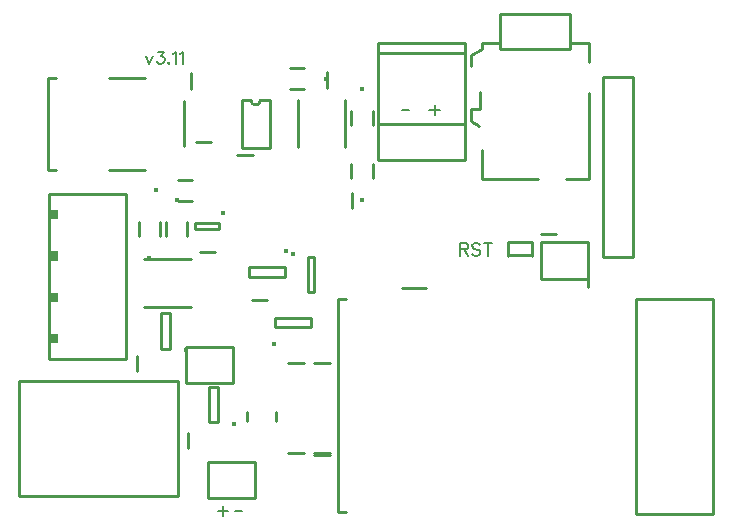
<source format=gbr>
G04 DipTrace 3.3.1.3*
G04 TopSilk.gbr*
%MOIN*%
G04 #@! TF.FileFunction,Legend,Top*
G04 #@! TF.Part,Single*
%ADD10C,0.009843*%
%ADD33C,0.015746*%
%ADD35C,0.015762*%
%ADD39C,0.015743*%
%ADD58C,0.015422*%
%ADD60C,0.015415*%
%ADD64C,0.015395*%
%ADD72C,0.015401*%
%ADD167C,0.006176*%
%FSLAX26Y26*%
G04*
G70*
G90*
G75*
G01*
G04 TopSilk*
%LPD*%
X1288547Y958997D2*
D10*
X1339689D1*
X879058Y1872382D2*
Y1923524D1*
X1032642Y1651911D2*
X1083783D1*
X1331814Y1876319D2*
Y1927461D1*
X1414533Y1525886D2*
Y1474744D1*
X2201892Y1210965D2*
Y1262106D1*
X2095594Y1388089D2*
X2044453D1*
X697955Y931437D2*
Y982579D1*
X906657Y1329076D2*
X957799D1*
X1079886Y1168172D2*
X1131028D1*
X1288547Y659785D2*
X1339689D1*
X1201933Y958997D2*
X1253075D1*
X868089Y675417D2*
Y726559D1*
X1339689Y651869D2*
X1288547D1*
X1201933Y659785D2*
X1253075D1*
X945988Y1695218D2*
X894846D1*
X703885Y1382212D2*
Y1429444D1*
X774747Y1382212D2*
Y1429444D1*
D33*
X739316Y1309377D3*
X1255056Y1870397D2*
D10*
X1207823D1*
X1255056Y1941259D2*
X1207823D1*
D35*
X1327890Y1905828D3*
X1483406Y1799520D2*
D10*
Y1752288D1*
X1412544Y1799520D2*
Y1752288D1*
D33*
X1447975Y1872355D3*
X1412547Y1575125D2*
D10*
Y1622358D1*
X1483409Y1575125D2*
Y1622358D1*
D33*
X1447978Y1502291D3*
X865296Y1429442D2*
D10*
Y1382209D1*
X794434Y1429442D2*
Y1382209D1*
D33*
X829865Y1502276D3*
X1581839Y1207008D2*
D10*
X1660571D1*
X833816Y1569213D2*
X881046D1*
X833816Y1498351D2*
X881046D1*
D39*
X760975Y1533782D3*
X400722Y1602675D2*
D10*
Y1909766D1*
X426340D1*
X603489D2*
X725557D1*
X853508Y1831013D2*
Y1681428D1*
X725557Y1602675D2*
X603489D1*
X426340D2*
X400722D1*
X2142846Y2122362D2*
X1906650D1*
Y2004229D1*
X2142846D1*
Y2122362D1*
X2203866Y2023946D2*
X2140854D1*
X2203866Y1571187D2*
X2129075D1*
X1849571Y2004229D2*
Y2023946D1*
X1908598D1*
X2203866Y1960953D2*
Y2023946D1*
X1849571Y2004229D2*
X1810161Y1984568D1*
Y1949089D1*
X1837748Y1748358D2*
X1810161Y1764121D1*
Y1803498D1*
X1841689D1*
Y1862537D1*
X1849571Y1571187D2*
Y1669603D1*
X2203866Y1571187D2*
Y1858582D1*
X2034579Y1571187D2*
X1849571D1*
X2352309Y1912492D2*
X2252307D1*
Y1312547D1*
X2352309D1*
Y1912492D1*
X1501121Y2023938D2*
X1792465D1*
Y1634178D1*
X1501121D1*
Y2023938D1*
X404680Y1521953D2*
Y970803D1*
X660575Y970748D1*
Y1521953D1*
X404680Y1522008D1*
G36*
X433162Y1468811D2*
X401651D1*
Y1437279D1*
X433162D1*
Y1468811D1*
G37*
G36*
Y1331051D2*
X401651D1*
Y1299519D1*
X433162D1*
Y1331051D1*
G37*
G36*
Y1193292D2*
X401651D1*
Y1161704D1*
X433162D1*
Y1193292D1*
G37*
G36*
Y1055477D2*
X401651D1*
Y1023945D1*
X433162D1*
Y1055477D1*
G37*
X861362Y1010752D2*
D10*
Y892634D1*
Y1012717D2*
X1018843D1*
X861362Y890669D2*
X1018843D1*
Y1010752D2*
Y892634D1*
X2045024Y1358586D2*
Y1240469D1*
Y1360551D2*
X2202504D1*
X2045024Y1238504D2*
X2202504D1*
Y1358586D2*
Y1240469D1*
X1501123Y1990472D2*
X1792462D1*
Y1754252D1*
X1501123D1*
Y1990472D1*
X934197Y627681D2*
Y509563D1*
Y629646D2*
X1091677D1*
X934197Y507598D2*
X1091677D1*
Y627681D2*
Y509563D1*
X1392858Y1834960D2*
Y1677481D1*
X1235378Y1834960D2*
Y1677481D1*
X1064114Y795626D2*
Y764141D1*
X1162547Y795626D2*
Y764141D1*
X719652Y1303465D2*
X877130D1*
X719652Y1145984D2*
X877130D1*
D58*
X1216732Y1322503D3*
X1266874Y1313302D2*
D10*
Y1195197D1*
X1286559D1*
Y1313302D1*
X1266874D1*
D60*
X984728Y1457939D3*
X971603Y1423538D2*
D10*
X892856D1*
Y1403864D1*
X971603D1*
Y1423538D1*
X1936161Y1360906D2*
X2012933Y1361100D1*
X1936161Y1316654D2*
Y1361141D1*
Y1316849D2*
X2012933D1*
Y1316654D2*
Y1361141D1*
D64*
X1022838Y755090D3*
X968772Y760353D2*
D10*
Y878461D1*
X937282Y760353D2*
Y878461D1*
X968772D2*
X937282D1*
X968772Y760353D2*
X937282D1*
X1046401Y1833975D2*
X1077890D1*
X1046401D2*
Y1676497D1*
X1109402Y1833975D2*
X1140891D1*
X1046401Y1676497D2*
X1140891D1*
Y1833975D1*
X1077890D2*
G03X1109402Y1833975I15756J8D01*
G01*
D72*
X1153346Y1023060D3*
X1158609Y1077125D2*
D10*
X1276717D1*
X1158609Y1108616D2*
X1276717D1*
Y1077125D2*
Y1108616D1*
X1158609Y1077125D2*
Y1108616D1*
X304276Y515662D2*
X835772D1*
Y897542D1*
X304276D1*
Y515662D1*
X2618044Y1172584D2*
X2361794D1*
Y453875D1*
X2618044D1*
Y1172584D1*
X1393420D2*
X1368420D1*
X1368045Y535077D1*
X1368420Y460081D2*
X1393420D1*
X1368420D2*
Y553845D1*
D72*
X1195363Y1331901D3*
X1190100Y1277835D2*
D10*
X1071992D1*
X1190100Y1246345D2*
X1071992D1*
Y1277835D2*
Y1246345D1*
X1190100Y1277835D2*
Y1246345D1*
D64*
X862239Y1000960D3*
X808174Y1006223D2*
D10*
Y1124331D1*
X776683Y1006223D2*
Y1124331D1*
X808174D2*
X776683D1*
X808174Y1006223D2*
X776683D1*
X1690028Y1818343D2*
D167*
Y1783899D1*
X1672828Y1801099D2*
X1707272D1*
X1582277Y1801121D2*
X1604385D1*
X1775954Y1337681D2*
X1793154D1*
X1798902Y1339627D1*
X1800847Y1341528D1*
X1802749Y1345331D1*
Y1349177D1*
X1800847Y1352980D1*
X1798902Y1354925D1*
X1793154Y1356827D1*
X1775954D1*
Y1316635D1*
X1789351Y1337681D2*
X1802749Y1316635D1*
X1841895Y1351079D2*
X1838092Y1354925D1*
X1832344Y1356827D1*
X1824695D1*
X1818947Y1354925D1*
X1815100Y1351079D1*
Y1347276D1*
X1817046Y1343429D1*
X1818947Y1341528D1*
X1822749Y1339627D1*
X1834245Y1335780D1*
X1838092Y1333879D1*
X1839993Y1331933D1*
X1841895Y1328131D1*
Y1322383D1*
X1838092Y1318580D1*
X1832344Y1316635D1*
X1824695D1*
X1818947Y1318580D1*
X1815100Y1322383D1*
X1867643Y1356827D2*
Y1316635D1*
X1854246Y1356827D2*
X1881041D1*
X727794Y1983038D2*
X739290Y1956244D1*
X750742Y1983038D1*
X766940Y1996391D2*
X787942D1*
X776491Y1981093D1*
X782239D1*
X786041Y1979192D1*
X787942Y1977290D1*
X789888Y1971542D1*
Y1967740D1*
X787942Y1961992D1*
X784140Y1958145D1*
X778392Y1956244D1*
X772644D1*
X766940Y1958145D1*
X765039Y1960090D1*
X763093Y1963893D1*
X804141Y1960090D2*
X802239Y1958145D1*
X804141Y1956244D1*
X806086Y1958145D1*
X804141Y1960090D1*
X818437Y1988742D2*
X822284Y1990688D1*
X828032Y1996391D1*
Y1956244D1*
X840384Y1988742D2*
X844230Y1990688D1*
X849978Y1996391D1*
Y1956244D1*
X1025846Y464129D2*
X1047954D1*
X983991Y481351D2*
Y446907D1*
X966791Y464106D2*
X1001235D1*
M02*

</source>
